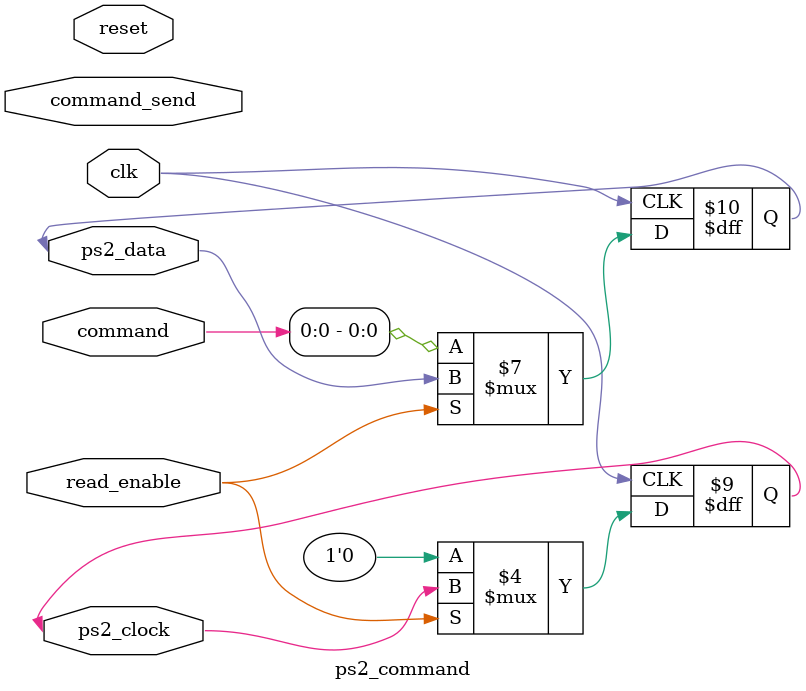
<source format=sv>
module ps2_command (
    input clk,
    input reset,
    input read_enable,
    inout logic ps2_clock,
    inout logic ps2_data,
    input wire command_send,
    input wire [7:0] command
);
  // TODO: parameters for clock count (probably have to hardcode)

  always @(posedge clk) begin
    if (read_enable == 1'b0) begin  // ensure that read enable is off before sending command
      ps2_data  = command[0];
      ps2_clock = 1'b0;
    end
  end

endmodule

</source>
